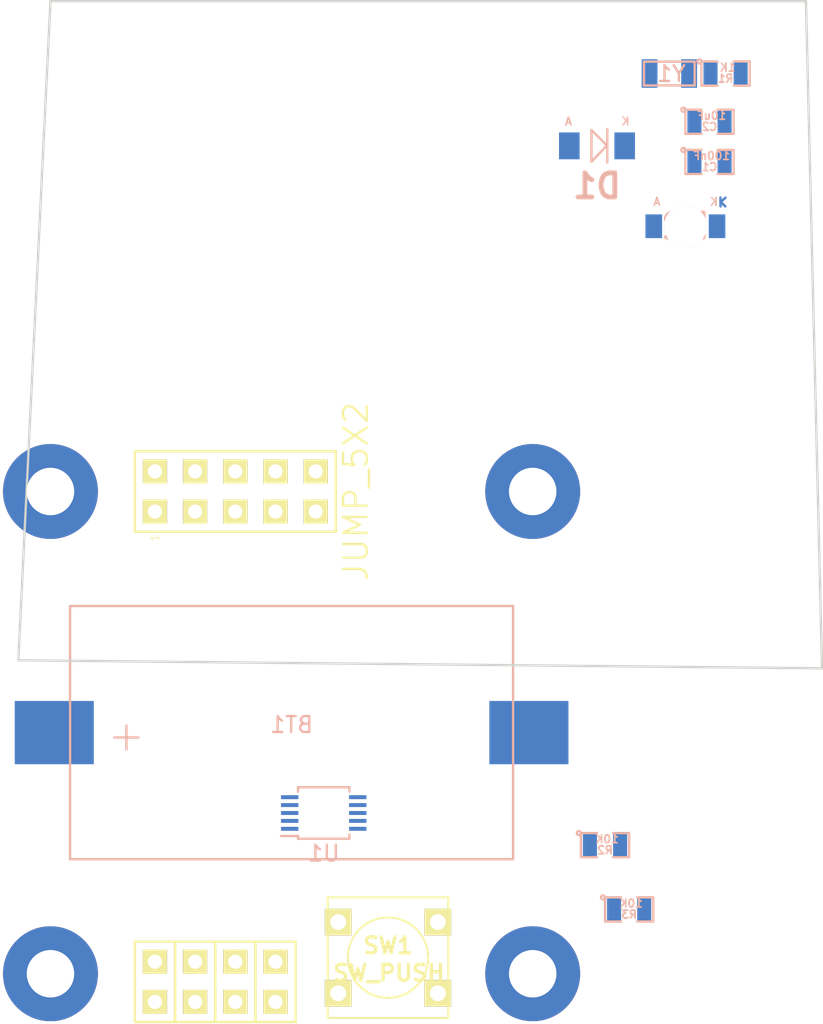
<source format=kicad_pcb>
(kicad_pcb (version 4) (host pcbnew 4.0.3-stable)

  (general
    (links 42)
    (no_connects 42)
    (area 2.972999 -66.623001 53.923001 -24.308999)
    (thickness 1.6)
    (drawings 4)
    (tracks 0)
    (zones 0)
    (modules 20)
    (nets 13)
  )

  (page A4)
  (layers
    (0 F.Cu signal)
    (31 B.Cu signal)
    (32 B.Adhes user)
    (33 F.Adhes user)
    (34 B.Paste user)
    (35 F.Paste user)
    (36 B.SilkS user)
    (37 F.SilkS user)
    (38 B.Mask user)
    (39 F.Mask user)
    (40 Dwgs.User user)
    (41 Cmts.User user)
    (42 Eco1.User user)
    (43 Eco2.User user)
    (44 Edge.Cuts user)
    (45 Margin user)
    (46 B.CrtYd user)
    (47 F.CrtYd user)
    (48 B.Fab user)
    (49 F.Fab user)
  )

  (setup
    (last_trace_width 0.25)
    (trace_clearance 0.2)
    (zone_clearance 0.508)
    (zone_45_only no)
    (trace_min 0.2)
    (segment_width 0.2)
    (edge_width 0.15)
    (via_size 0.6)
    (via_drill 0.4)
    (via_min_size 0.4)
    (via_min_drill 0.3)
    (uvia_size 0.3)
    (uvia_drill 0.1)
    (uvias_allowed no)
    (uvia_min_size 0.2)
    (uvia_min_drill 0.1)
    (pcb_text_width 0.3)
    (pcb_text_size 1.5 1.5)
    (mod_edge_width 0.15)
    (mod_text_size 1 1)
    (mod_text_width 0.15)
    (pad_size 1.524 1.524)
    (pad_drill 0.762)
    (pad_to_mask_clearance 0.2)
    (aux_axis_origin 0 0)
    (visible_elements FFFFFF7F)
    (pcbplotparams
      (layerselection 0x00030_80000001)
      (usegerberextensions false)
      (excludeedgelayer true)
      (linewidth 0.500000)
      (plotframeref false)
      (viasonmask false)
      (mode 1)
      (useauxorigin false)
      (hpglpennumber 1)
      (hpglpenspeed 20)
      (hpglpendiameter 15)
      (hpglpenoverlay 2)
      (psnegative false)
      (psa4output false)
      (plotreference true)
      (plotvalue true)
      (plotinvisibletext false)
      (padsonsilk false)
      (subtractmaskfromsilk false)
      (outputformat 1)
      (mirror false)
      (drillshape 1)
      (scaleselection 1)
      (outputdirectory ""))
  )

  (net 0 "")
  (net 1 "Net-(BT1-Pad1)")
  (net 2 GND)
  (net 3 VCC)
  (net 4 "Net-(D2-Pad1)")
  (net 5 /SDA)
  (net 6 /SCL)
  (net 7 /INTA)
  (net 8 "Net-(J2-Pad2)")
  (net 9 /CLK)
  (net 10 /TS)
  (net 11 "Net-(U1-Pad1)")
  (net 12 "Net-(U1-Pad2)")

  (net_class Default "Toto je výchozí třída sítě."
    (clearance 0.2)
    (trace_width 0.25)
    (via_dia 0.6)
    (via_drill 0.4)
    (uvia_dia 0.3)
    (uvia_drill 0.1)
    (add_net /CLK)
    (add_net /INTA)
    (add_net /SCL)
    (add_net /SDA)
    (add_net /TS)
    (add_net GND)
    (add_net "Net-(BT1-Pad1)")
    (add_net "Net-(D2-Pad1)")
    (add_net "Net-(J2-Pad2)")
    (add_net "Net-(U1-Pad1)")
    (add_net "Net-(U1-Pad2)")
    (add_net VCC)
  )

  (module Mlab_Batery:CH28-2032 placed (layer B.Cu) (tedit 57E29DDF) (tstamp 57E2B10E)
    (at 20.32 -20.32)
    (descr "Baterka 2032")
    (path /57E3EBA3)
    (fp_text reference BT1 (at 0 -0.5) (layer B.SilkS)
      (effects (font (size 1 1) (thickness 0.15)) (justify mirror))
    )
    (fp_text value CH28-2032 (at 0 0.5) (layer B.Fab)
      (effects (font (size 1 1) (thickness 0.15)) (justify mirror))
    )
    (fp_text user + (at -10.4394 0.1524) (layer B.SilkS)
      (effects (font (size 2 2) (thickness 0.15)) (justify mirror))
    )
    (fp_line (start -14 -8) (end -14 8) (layer B.SilkS) (width 0.15))
    (fp_line (start 14 -8) (end -14 -8) (layer B.SilkS) (width 0.15))
    (fp_line (start 14 8) (end 14 -8) (layer B.SilkS) (width 0.15))
    (fp_line (start -14 8) (end 14 8) (layer B.SilkS) (width 0.15))
    (pad 1 smd rect (at -15 0) (size 5 4) (layers B.Cu B.Paste B.Mask)
      (net 1 "Net-(BT1-Pad1)"))
    (pad 2 smd rect (at 15 0) (size 5 4) (layers B.Cu B.Paste B.Mask)
      (net 2 GND))
  )

  (module Mlab_R:SMD-0805 placed (layer B.Cu) (tedit 54799E0C) (tstamp 57E2B114)
    (at 46.736 -56.388)
    (path /57D26AA8)
    (attr smd)
    (fp_text reference C1 (at 0 0.3175) (layer B.SilkS)
      (effects (font (size 0.50038 0.50038) (thickness 0.10922)) (justify mirror))
    )
    (fp_text value 100nF (at 0.127 -0.381) (layer B.SilkS)
      (effects (font (size 0.50038 0.50038) (thickness 0.10922)) (justify mirror))
    )
    (fp_circle (center -1.651 -0.762) (end -1.651 -0.635) (layer B.SilkS) (width 0.15))
    (fp_line (start -0.508 -0.762) (end -1.524 -0.762) (layer B.SilkS) (width 0.15))
    (fp_line (start -1.524 -0.762) (end -1.524 0.762) (layer B.SilkS) (width 0.15))
    (fp_line (start -1.524 0.762) (end -0.508 0.762) (layer B.SilkS) (width 0.15))
    (fp_line (start 0.508 0.762) (end 1.524 0.762) (layer B.SilkS) (width 0.15))
    (fp_line (start 1.524 0.762) (end 1.524 -0.762) (layer B.SilkS) (width 0.15))
    (fp_line (start 1.524 -0.762) (end 0.508 -0.762) (layer B.SilkS) (width 0.15))
    (pad 1 smd rect (at -0.9525 0) (size 0.889 1.397) (layers B.Cu B.Paste B.Mask)
      (net 3 VCC))
    (pad 2 smd rect (at 0.9525 0) (size 0.889 1.397) (layers B.Cu B.Paste B.Mask)
      (net 2 GND))
    (model MLAB_3D/Resistors/chip_cms.wrl
      (at (xyz 0 0 0))
      (scale (xyz 0.1 0.1 0.1))
      (rotate (xyz 0 0 0))
    )
  )

  (module Mlab_R:SMD-0805 placed (layer B.Cu) (tedit 54799E0C) (tstamp 57E2B11A)
    (at 46.736 -58.928)
    (path /57D26AEE)
    (attr smd)
    (fp_text reference C2 (at 0 0.3175) (layer B.SilkS)
      (effects (font (size 0.50038 0.50038) (thickness 0.10922)) (justify mirror))
    )
    (fp_text value 10uF (at 0.127 -0.381) (layer B.SilkS)
      (effects (font (size 0.50038 0.50038) (thickness 0.10922)) (justify mirror))
    )
    (fp_circle (center -1.651 -0.762) (end -1.651 -0.635) (layer B.SilkS) (width 0.15))
    (fp_line (start -0.508 -0.762) (end -1.524 -0.762) (layer B.SilkS) (width 0.15))
    (fp_line (start -1.524 -0.762) (end -1.524 0.762) (layer B.SilkS) (width 0.15))
    (fp_line (start -1.524 0.762) (end -0.508 0.762) (layer B.SilkS) (width 0.15))
    (fp_line (start 0.508 0.762) (end 1.524 0.762) (layer B.SilkS) (width 0.15))
    (fp_line (start 1.524 0.762) (end 1.524 -0.762) (layer B.SilkS) (width 0.15))
    (fp_line (start 1.524 -0.762) (end 0.508 -0.762) (layer B.SilkS) (width 0.15))
    (pad 1 smd rect (at -0.9525 0) (size 0.889 1.397) (layers B.Cu B.Paste B.Mask)
      (net 3 VCC))
    (pad 2 smd rect (at 0.9525 0) (size 0.889 1.397) (layers B.Cu B.Paste B.Mask)
      (net 2 GND))
    (model MLAB_3D/Resistors/chip_cms.wrl
      (at (xyz 0 0 0))
      (scale (xyz 0.1 0.1 0.1))
      (rotate (xyz 0 0 0))
    )
  )

  (module Mlab_D:Diode-MiniMELF_Standard placed (layer B.Cu) (tedit 57D29160) (tstamp 57E2B120)
    (at 39.624 -57.404)
    (descr "Diode Mini-MELF Standard")
    (tags "Diode Mini-MELF Standard")
    (path /57D26757)
    (attr smd)
    (fp_text reference D1 (at 0 2.54) (layer B.SilkS)
      (effects (font (thickness 0.3048)) (justify mirror))
    )
    (fp_text value BZV55C (at 0 -3.81) (layer B.SilkS) hide
      (effects (font (thickness 0.3048)) (justify mirror))
    )
    (fp_line (start 0.65024 -0.0508) (end -0.35052 1.00076) (layer B.SilkS) (width 0.15))
    (fp_line (start -0.35052 1.00076) (end -0.35052 -1.00076) (layer B.SilkS) (width 0.15))
    (fp_line (start -0.35052 -1.00076) (end 0.65024 0) (layer B.SilkS) (width 0.15))
    (fp_line (start 0.65024 1.04902) (end 0.65024 -1.04902) (layer B.SilkS) (width 0.15))
    (fp_text user A (at -1.80086 -1.5494) (layer B.SilkS)
      (effects (font (size 0.50038 0.50038) (thickness 0.09906)) (justify mirror))
    )
    (fp_text user K (at 1.80086 -1.5494) (layer B.SilkS)
      (effects (font (size 0.50038 0.50038) (thickness 0.09906)) (justify mirror))
    )
    (fp_circle (center 0 0) (end 0 -0.55118) (layer B.Adhes) (width 0.381))
    (fp_circle (center 0 0) (end 0 -0.20066) (layer B.Adhes) (width 0.381))
    (pad 2 smd rect (at -1.75006 0) (size 1.30048 1.69926) (layers B.Cu B.Paste B.Mask)
      (net 2 GND))
    (pad 1 smd rect (at 1.75006 0) (size 1.30048 1.69926) (layers B.Cu B.Paste B.Mask)
      (net 3 VCC))
    (model MLAB_3D/Diodes/MiniMELF_DO213AA.wrl
      (at (xyz 0 0 0))
      (scale (xyz 0.3937 0.3937 0.3937))
      (rotate (xyz 0 0 0))
    )
  )

  (module Mlab_D:LED_1206 placed (layer B.Cu) (tedit 56BDB304) (tstamp 57E2B127)
    (at 45.212 -52.324)
    (descr "Diode Mini-MELF Standard")
    (tags "Diode Mini-MELF Standard")
    (path /57E409F1)
    (attr smd)
    (fp_text reference D2 (at 0 0) (layer B.SilkS)
      (effects (font (thickness 0.3048)) (justify mirror))
    )
    (fp_text value LED (at 0 -3.81) (layer B.SilkS) hide
      (effects (font (thickness 0.3048)) (justify mirror))
    )
    (fp_line (start 2.21488 -1.50622) (end 2.53492 -1.81102) (layer B.Cu) (width 0.15))
    (fp_line (start 2.25298 -1.52146) (end 2.5273 -1.24968) (layer B.Cu) (width 0.15))
    (fp_line (start 2.2225 -1.24968) (end 2.21742 -1.81864) (layer B.Cu) (width 0.15))
    (fp_text user A (at -1.80086 -1.5494) (layer B.SilkS)
      (effects (font (size 0.50038 0.50038) (thickness 0.09906)) (justify mirror))
    )
    (fp_text user K (at 1.80086 -1.5494) (layer B.SilkS)
      (effects (font (size 0.50038 0.50038) (thickness 0.09906)) (justify mirror))
    )
    (pad 2 smd rect (at -2 0) (size 1.05 1.5) (layers B.Cu B.Paste B.Mask)
      (net 3 VCC))
    (pad 1 smd rect (at 2 0) (size 1.05 1.5) (layers B.Cu B.Paste B.Mask)
      (net 4 "Net-(D2-Pad1)"))
    (pad "" np_thru_hole circle (at 0 0) (size 2.7 2.7) (drill 2.7) (layers *.Cu *.Mask B.SilkS))
    (model MLAB_3D/Diodes/MiniMELF_DO213AA.wrl
      (at (xyz 0 0 0))
      (scale (xyz 0.3937 0.3937 0.3937))
      (rotate (xyz 0 0 0))
    )
  )

  (module Mlab_Pin_Headers:Straight_2x05 placed (layer F.Cu) (tedit 5454C210) (tstamp 57E2B135)
    (at 16.764 -35.56 90)
    (descr "pin header straight 2x05")
    (tags "pin header straight 2x05")
    (path /57E44437)
    (fp_text reference J1 (at 0 -7.62 90) (layer F.SilkS) hide
      (effects (font (size 1.5 1.5) (thickness 0.15)))
    )
    (fp_text value JUMP_5X2 (at 0 7.62 90) (layer F.SilkS)
      (effects (font (size 1.5 1.5) (thickness 0.15)))
    )
    (fp_text user 1 (at -2.921 -5.08 90) (layer F.SilkS)
      (effects (font (size 0.5 0.5) (thickness 0.05)))
    )
    (fp_line (start -2.54 -6.35) (end 2.54 -6.35) (layer F.SilkS) (width 0.15))
    (fp_line (start 2.54 -6.35) (end 2.54 6.35) (layer F.SilkS) (width 0.15))
    (fp_line (start 2.54 6.35) (end -2.54 6.35) (layer F.SilkS) (width 0.15))
    (fp_line (start -2.54 6.35) (end -2.54 -6.35) (layer F.SilkS) (width 0.15))
    (pad 1 thru_hole rect (at -1.27 -5.08 90) (size 1.524 1.524) (drill 0.889) (layers *.Cu *.Mask F.SilkS)
      (net 2 GND))
    (pad 2 thru_hole rect (at 1.27 -5.08 90) (size 1.524 1.524) (drill 0.889) (layers *.Cu *.Mask F.SilkS)
      (net 2 GND))
    (pad 3 thru_hole rect (at -1.27 -2.54 90) (size 1.524 1.524) (drill 0.889) (layers *.Cu *.Mask F.SilkS)
      (net 5 /SDA))
    (pad 4 thru_hole rect (at 1.27 -2.54 90) (size 1.524 1.524) (drill 0.889) (layers *.Cu *.Mask F.SilkS)
      (net 5 /SDA))
    (pad 5 thru_hole rect (at -1.27 0 90) (size 1.524 1.524) (drill 0.889) (layers *.Cu *.Mask F.SilkS)
      (net 3 VCC))
    (pad 6 thru_hole rect (at 1.27 0 90) (size 1.524 1.524) (drill 0.889) (layers *.Cu *.Mask F.SilkS)
      (net 3 VCC))
    (pad 7 thru_hole rect (at -1.27 2.54 90) (size 1.524 1.524) (drill 0.889) (layers *.Cu *.Mask F.SilkS)
      (net 6 /SCL))
    (pad 8 thru_hole rect (at 1.27 2.54 90) (size 1.524 1.524) (drill 0.889) (layers *.Cu *.Mask F.SilkS)
      (net 6 /SCL))
    (pad 9 thru_hole rect (at -1.27 5.08 90) (size 1.524 1.524) (drill 0.889) (layers *.Cu *.Mask F.SilkS)
      (net 2 GND))
    (pad 10 thru_hole rect (at 1.27 5.08 90) (size 1.524 1.524) (drill 0.889) (layers *.Cu *.Mask F.SilkS)
      (net 2 GND))
    (model Pin_Headers/Pin_Header_Straight_2x05.wrl
      (at (xyz 0 0 0))
      (scale (xyz 1 1 1))
      (rotate (xyz 0 0 90))
    )
  )

  (module Mlab_Pin_Headers:Straight_2x01 placed (layer F.Cu) (tedit 5545E8D2) (tstamp 57E2B13B)
    (at 14.224 -4.572 90)
    (descr "pin header straight 2x01")
    (tags "pin header straight 2x01")
    (path /57E46745)
    (fp_text reference J2 (at 0 -2.54 90) (layer F.SilkS) hide
      (effects (font (size 1.5 1.5) (thickness 0.15)))
    )
    (fp_text value JUMP2_2x1 (at 0 2.54 90) (layer F.SilkS) hide
      (effects (font (size 1.5 1.5) (thickness 0.15)))
    )
    (fp_line (start -2.54 -1.27) (end 2.54 -1.27) (layer F.SilkS) (width 0.15))
    (fp_line (start 2.54 -1.27) (end 2.54 1.27) (layer F.SilkS) (width 0.15))
    (fp_line (start 2.54 1.27) (end -2.54 1.27) (layer F.SilkS) (width 0.15))
    (fp_line (start -2.54 1.27) (end -2.54 -1.27) (layer F.SilkS) (width 0.15))
    (pad 1 thru_hole rect (at -1.27 0 90) (size 1.524 1.524) (drill 0.889) (layers *.Cu *.Mask F.SilkS)
      (net 7 /INTA))
    (pad 2 thru_hole rect (at 1.27 0 90) (size 1.524 1.524) (drill 0.889) (layers *.Cu *.Mask F.SilkS)
      (net 8 "Net-(J2-Pad2)"))
    (model Pin_Headers/Pin_Header_Straight_2x01.wrl
      (at (xyz 0 0 0))
      (scale (xyz 1 1 1))
      (rotate (xyz 0 0 90))
    )
  )

  (module Mlab_Pin_Headers:Straight_2x01 placed (layer F.Cu) (tedit 5545E8D2) (tstamp 57E2B141)
    (at 16.764 -4.572 90)
    (descr "pin header straight 2x01")
    (tags "pin header straight 2x01")
    (path /57E47608)
    (fp_text reference J3 (at 0 -2.54 90) (layer F.SilkS) hide
      (effects (font (size 1.5 1.5) (thickness 0.15)))
    )
    (fp_text value JUMP_2x1 (at 0 2.54 90) (layer F.SilkS) hide
      (effects (font (size 1.5 1.5) (thickness 0.15)))
    )
    (fp_line (start -2.54 -1.27) (end 2.54 -1.27) (layer F.SilkS) (width 0.15))
    (fp_line (start 2.54 -1.27) (end 2.54 1.27) (layer F.SilkS) (width 0.15))
    (fp_line (start 2.54 1.27) (end -2.54 1.27) (layer F.SilkS) (width 0.15))
    (fp_line (start -2.54 1.27) (end -2.54 -1.27) (layer F.SilkS) (width 0.15))
    (pad 1 thru_hole rect (at -1.27 0 90) (size 1.524 1.524) (drill 0.889) (layers *.Cu *.Mask F.SilkS)
      (net 7 /INTA))
    (pad 2 thru_hole rect (at 1.27 0 90) (size 1.524 1.524) (drill 0.889) (layers *.Cu *.Mask F.SilkS)
      (net 7 /INTA))
    (model Pin_Headers/Pin_Header_Straight_2x01.wrl
      (at (xyz 0 0 0))
      (scale (xyz 1 1 1))
      (rotate (xyz 0 0 90))
    )
  )

  (module Mlab_Pin_Headers:Straight_2x01 placed (layer F.Cu) (tedit 5545E8D2) (tstamp 57E2B147)
    (at 11.684 -4.572 90)
    (descr "pin header straight 2x01")
    (tags "pin header straight 2x01")
    (path /57E476B3)
    (fp_text reference J4 (at 0 -2.54 90) (layer F.SilkS) hide
      (effects (font (size 1.5 1.5) (thickness 0.15)))
    )
    (fp_text value JUMP_2x1 (at 0 2.54 90) (layer F.SilkS) hide
      (effects (font (size 1.5 1.5) (thickness 0.15)))
    )
    (fp_line (start -2.54 -1.27) (end 2.54 -1.27) (layer F.SilkS) (width 0.15))
    (fp_line (start 2.54 -1.27) (end 2.54 1.27) (layer F.SilkS) (width 0.15))
    (fp_line (start 2.54 1.27) (end -2.54 1.27) (layer F.SilkS) (width 0.15))
    (fp_line (start -2.54 1.27) (end -2.54 -1.27) (layer F.SilkS) (width 0.15))
    (pad 1 thru_hole rect (at -1.27 0 90) (size 1.524 1.524) (drill 0.889) (layers *.Cu *.Mask F.SilkS)
      (net 9 /CLK))
    (pad 2 thru_hole rect (at 1.27 0 90) (size 1.524 1.524) (drill 0.889) (layers *.Cu *.Mask F.SilkS)
      (net 9 /CLK))
    (model Pin_Headers/Pin_Header_Straight_2x01.wrl
      (at (xyz 0 0 0))
      (scale (xyz 1 1 1))
      (rotate (xyz 0 0 90))
    )
  )

  (module Mlab_Pin_Headers:Straight_2x01 placed (layer F.Cu) (tedit 5545E8D2) (tstamp 57E2B14D)
    (at 19.304 -4.572 90)
    (descr "pin header straight 2x01")
    (tags "pin header straight 2x01")
    (path /57E47704)
    (fp_text reference J5 (at 0 -2.54 90) (layer F.SilkS) hide
      (effects (font (size 1.5 1.5) (thickness 0.15)))
    )
    (fp_text value JUMP_2x1 (at 0 2.54 90) (layer F.SilkS) hide
      (effects (font (size 1.5 1.5) (thickness 0.15)))
    )
    (fp_line (start -2.54 -1.27) (end 2.54 -1.27) (layer F.SilkS) (width 0.15))
    (fp_line (start 2.54 -1.27) (end 2.54 1.27) (layer F.SilkS) (width 0.15))
    (fp_line (start 2.54 1.27) (end -2.54 1.27) (layer F.SilkS) (width 0.15))
    (fp_line (start -2.54 1.27) (end -2.54 -1.27) (layer F.SilkS) (width 0.15))
    (pad 1 thru_hole rect (at -1.27 0 90) (size 1.524 1.524) (drill 0.889) (layers *.Cu *.Mask F.SilkS)
      (net 10 /TS))
    (pad 2 thru_hole rect (at 1.27 0 90) (size 1.524 1.524) (drill 0.889) (layers *.Cu *.Mask F.SilkS)
      (net 10 /TS))
    (model Pin_Headers/Pin_Header_Straight_2x01.wrl
      (at (xyz 0 0 0))
      (scale (xyz 1 1 1))
      (rotate (xyz 0 0 90))
    )
  )

  (module Mlab_Mechanical:MountingHole_3mm placed (layer F.Cu) (tedit 5535DB2C) (tstamp 57E2B153)
    (at 5.08 -5.08)
    (descr "Mounting hole, Befestigungsbohrung, 3mm, No Annular, Kein Restring,")
    (tags "Mounting hole, Befestigungsbohrung, 3mm, No Annular, Kein Restring,")
    (path /57D299A2)
    (fp_text reference M1 (at 0 -4.191) (layer F.SilkS) hide
      (effects (font (thickness 0.3048)))
    )
    (fp_text value HOLE (at 0 4.191) (layer F.SilkS) hide
      (effects (font (thickness 0.3048)))
    )
    (fp_circle (center 0 0) (end 2.99974 0) (layer Cmts.User) (width 0.381))
    (pad 1 thru_hole circle (at 0 0) (size 6 6) (drill 3) (layers *.Cu *.Adhes *.Mask)
      (net 2 GND) (clearance 1) (zone_connect 2))
  )

  (module Mlab_Mechanical:MountingHole_3mm placed (layer F.Cu) (tedit 5535DB2C) (tstamp 57E2B159)
    (at 5.08 -35.56)
    (descr "Mounting hole, Befestigungsbohrung, 3mm, No Annular, Kein Restring,")
    (tags "Mounting hole, Befestigungsbohrung, 3mm, No Annular, Kein Restring,")
    (path /57D2A387)
    (fp_text reference M2 (at 0 -4.191) (layer F.SilkS) hide
      (effects (font (thickness 0.3048)))
    )
    (fp_text value HOLE (at 0 4.191) (layer F.SilkS) hide
      (effects (font (thickness 0.3048)))
    )
    (fp_circle (center 0 0) (end 2.99974 0) (layer Cmts.User) (width 0.381))
    (pad 1 thru_hole circle (at 0 0) (size 6 6) (drill 3) (layers *.Cu *.Adhes *.Mask)
      (net 2 GND) (clearance 1) (zone_connect 2))
  )

  (module Mlab_Mechanical:MountingHole_3mm placed (layer F.Cu) (tedit 5535DB2C) (tstamp 57E2B15F)
    (at 35.56 -35.56)
    (descr "Mounting hole, Befestigungsbohrung, 3mm, No Annular, Kein Restring,")
    (tags "Mounting hole, Befestigungsbohrung, 3mm, No Annular, Kein Restring,")
    (path /57D2A075)
    (fp_text reference M3 (at 0 -4.191) (layer F.SilkS) hide
      (effects (font (thickness 0.3048)))
    )
    (fp_text value HOLE (at 0 4.191) (layer F.SilkS) hide
      (effects (font (thickness 0.3048)))
    )
    (fp_circle (center 0 0) (end 2.99974 0) (layer Cmts.User) (width 0.381))
    (pad 1 thru_hole circle (at 0 0) (size 6 6) (drill 3) (layers *.Cu *.Adhes *.Mask)
      (net 2 GND) (clearance 1) (zone_connect 2))
  )

  (module Mlab_Mechanical:MountingHole_3mm placed (layer F.Cu) (tedit 5535DB2C) (tstamp 57E2B165)
    (at 35.56 -5.08)
    (descr "Mounting hole, Befestigungsbohrung, 3mm, No Annular, Kein Restring,")
    (tags "Mounting hole, Befestigungsbohrung, 3mm, No Annular, Kein Restring,")
    (path /57D2A395)
    (fp_text reference M4 (at 0 -4.191) (layer F.SilkS) hide
      (effects (font (thickness 0.3048)))
    )
    (fp_text value HOLE (at 0 4.191) (layer F.SilkS) hide
      (effects (font (thickness 0.3048)))
    )
    (fp_circle (center 0 0) (end 2.99974 0) (layer Cmts.User) (width 0.381))
    (pad 1 thru_hole circle (at 0 0) (size 6 6) (drill 3) (layers *.Cu *.Adhes *.Mask)
      (net 2 GND) (clearance 1) (zone_connect 2))
  )

  (module Mlab_R:SMD-0805 placed (layer B.Cu) (tedit 54799E0C) (tstamp 57E2B16B)
    (at 47.752 -61.976)
    (path /57E45477)
    (attr smd)
    (fp_text reference R1 (at 0 0.3175) (layer B.SilkS)
      (effects (font (size 0.50038 0.50038) (thickness 0.10922)) (justify mirror))
    )
    (fp_text value 1K (at 0.127 -0.381) (layer B.SilkS)
      (effects (font (size 0.50038 0.50038) (thickness 0.10922)) (justify mirror))
    )
    (fp_circle (center -1.651 -0.762) (end -1.651 -0.635) (layer B.SilkS) (width 0.15))
    (fp_line (start -0.508 -0.762) (end -1.524 -0.762) (layer B.SilkS) (width 0.15))
    (fp_line (start -1.524 -0.762) (end -1.524 0.762) (layer B.SilkS) (width 0.15))
    (fp_line (start -1.524 0.762) (end -0.508 0.762) (layer B.SilkS) (width 0.15))
    (fp_line (start 0.508 0.762) (end 1.524 0.762) (layer B.SilkS) (width 0.15))
    (fp_line (start 1.524 0.762) (end 1.524 -0.762) (layer B.SilkS) (width 0.15))
    (fp_line (start 1.524 -0.762) (end 0.508 -0.762) (layer B.SilkS) (width 0.15))
    (pad 1 smd rect (at -0.9525 0) (size 0.889 1.397) (layers B.Cu B.Paste B.Mask)
      (net 4 "Net-(D2-Pad1)"))
    (pad 2 smd rect (at 0.9525 0) (size 0.889 1.397) (layers B.Cu B.Paste B.Mask)
      (net 8 "Net-(J2-Pad2)"))
    (model MLAB_3D/Resistors/chip_cms.wrl
      (at (xyz 0 0 0))
      (scale (xyz 0.1 0.1 0.1))
      (rotate (xyz 0 0 0))
    )
  )

  (module Mlab_SW:SW_PUSH_SMALL placed (layer F.Cu) (tedit 5534E33A) (tstamp 57E2B173)
    (at 26.416 -6.096)
    (path /57E4059A)
    (fp_text reference SW1 (at 0 -0.762) (layer F.SilkS)
      (effects (font (size 1.016 1.016) (thickness 0.2032)))
    )
    (fp_text value SW_PUSH (at 0.0508 0.9652 180) (layer F.SilkS)
      (effects (font (size 1.016 1.016) (thickness 0.2032)))
    )
    (fp_circle (center 0 0) (end 0 -2.54) (layer F.SilkS) (width 0.127))
    (fp_line (start -3.81 -3.81) (end 3.81 -3.81) (layer F.SilkS) (width 0.127))
    (fp_line (start 3.81 -3.81) (end 3.81 3.81) (layer F.SilkS) (width 0.127))
    (fp_line (start 3.81 3.81) (end -3.81 3.81) (layer F.SilkS) (width 0.127))
    (fp_line (start -3.81 -3.81) (end -3.81 3.81) (layer F.SilkS) (width 0.127))
    (pad 1 thru_hole rect (at 3.15 -2.25) (size 1.6764 1.6764) (drill 1) (layers *.Cu *.Mask F.SilkS)
      (net 10 /TS))
    (pad 2 thru_hole rect (at 3.15 2.25) (size 1.6764 1.6764) (drill 1) (layers *.Cu *.Mask F.SilkS)
      (net 2 GND))
    (pad 1 thru_hole rect (at -3.15 -2.25) (size 1.6764 1.6764) (drill 1) (layers *.Cu *.Mask F.SilkS)
      (net 10 /TS))
    (pad 2 thru_hole rect (at -3.15 2.25) (size 1.6764 1.6764) (drill 1) (layers *.Cu *.Mask F.SilkS)
      (net 2 GND))
  )

  (module Mlab_IO:TSSOP-10_3x3mm_Pitch0.5mm placed (layer B.Cu) (tedit 54130A77) (tstamp 57E2B191)
    (at 22.352 -15.24)
    (descr "TSSOP10: plastic thin shrink small outline package; 10 leads; body width 3 mm; (see NXP SSOP-TSSOP-VSO-REFLOW.pdf and sot552-1_po.pdf)")
    (tags "SSOP 0.5")
    (path /57E4274A)
    (attr smd)
    (fp_text reference U1 (at 0 2.55) (layer B.SilkS)
      (effects (font (size 1 1) (thickness 0.15)) (justify mirror))
    )
    (fp_text value PCF85263A (at 0 -2.55) (layer B.Fab)
      (effects (font (size 1 1) (thickness 0.15)) (justify mirror))
    )
    (fp_circle (center -1 1) (end -1.25 1) (layer B.Fab) (width 0.15))
    (fp_line (start 1.5 1.5) (end -1.5 1.5) (layer B.Fab) (width 0.15))
    (fp_line (start 1.5 -1.5) (end 1.5 1.5) (layer B.Fab) (width 0.15))
    (fp_line (start -1.5 -1.5) (end 1.5 -1.5) (layer B.Fab) (width 0.15))
    (fp_line (start -1.5 1.5) (end -1.5 -1.5) (layer B.Fab) (width 0.15))
    (fp_line (start -2.95 1.8) (end -2.95 -1.8) (layer B.CrtYd) (width 0.05))
    (fp_line (start 2.95 1.8) (end 2.95 -1.8) (layer B.CrtYd) (width 0.05))
    (fp_line (start -2.95 1.8) (end 2.95 1.8) (layer B.CrtYd) (width 0.05))
    (fp_line (start -2.95 -1.8) (end 2.95 -1.8) (layer B.CrtYd) (width 0.05))
    (fp_line (start -1.625 1.625) (end -1.625 1.45) (layer B.SilkS) (width 0.15))
    (fp_line (start 1.625 1.625) (end 1.625 1.35) (layer B.SilkS) (width 0.15))
    (fp_line (start 1.625 -1.625) (end 1.625 -1.35) (layer B.SilkS) (width 0.15))
    (fp_line (start -1.625 -1.625) (end -1.625 -1.35) (layer B.SilkS) (width 0.15))
    (fp_line (start -1.625 1.625) (end 1.625 1.625) (layer B.SilkS) (width 0.15))
    (fp_line (start -1.625 -1.625) (end 1.625 -1.625) (layer B.SilkS) (width 0.15))
    (fp_line (start -1.625 1.45) (end -2.7 1.45) (layer B.SilkS) (width 0.15))
    (pad 1 smd rect (at -2.15 1) (size 1.1 0.25) (layers B.Cu B.Paste B.Mask)
      (net 11 "Net-(U1-Pad1)"))
    (pad 2 smd rect (at -2.15 0.5) (size 1.1 0.25) (layers B.Cu B.Paste B.Mask)
      (net 12 "Net-(U1-Pad2)"))
    (pad 3 smd rect (at -2.15 0) (size 1.1 0.25) (layers B.Cu B.Paste B.Mask)
      (net 1 "Net-(BT1-Pad1)"))
    (pad 4 smd rect (at -2.15 -0.5) (size 1.1 0.25) (layers B.Cu B.Paste B.Mask)
      (net 10 /TS))
    (pad 5 smd rect (at -2.15 -1) (size 1.1 0.25) (layers B.Cu B.Paste B.Mask)
      (net 2 GND))
    (pad 6 smd rect (at 2.15 -1) (size 1.1 0.25) (layers B.Cu B.Paste B.Mask)
      (net 5 /SDA))
    (pad 7 smd rect (at 2.15 -0.5) (size 1.1 0.25) (layers B.Cu B.Paste B.Mask)
      (net 6 /SCL))
    (pad 8 smd rect (at 2.15 0) (size 1.1 0.25) (layers B.Cu B.Paste B.Mask)
      (net 9 /CLK))
    (pad 9 smd rect (at 2.15 0.5) (size 1.1 0.25) (layers B.Cu B.Paste B.Mask)
      (net 7 /INTA))
    (pad 10 smd rect (at 2.15 1) (size 1.1 0.25) (layers B.Cu B.Paste B.Mask)
      (net 3 VCC))
    (model Housings_SSOP.3dshapes/TSSOP-10_3x3mm_Pitch0.5mm.wrl
      (at (xyz 0 0 0))
      (scale (xyz 1 1 1))
      (rotate (xyz 0 0 0))
    )
  )

  (module Mlab_XTAL:ABS07 placed (layer B.Cu) (tedit 57E299C2) (tstamp 57E2B19B)
    (at 44.196 -61.976)
    (path /57E494EE)
    (fp_text reference Y1 (at 0.127 0.0127) (layer B.SilkS)
      (effects (font (size 1 1) (thickness 0.15)) (justify mirror))
    )
    (fp_text value ABS07-120-32.768KHZ-T (at -0.1397 2.6035) (layer B.Fab) hide
      (effects (font (size 1 1) (thickness 0.15)) (justify mirror))
    )
    (fp_line (start 1.6 -0.75) (end 1.6 0.75) (layer B.SilkS) (width 0.15))
    (fp_line (start 1.6 -0.75) (end -1.6 -0.75) (layer B.SilkS) (width 0.15))
    (fp_line (start -1.6 0.75) (end -1.6 -0.75) (layer B.SilkS) (width 0.15))
    (fp_line (start -1.6 0.75) (end 1.6 0.75) (layer B.SilkS) (width 0.15))
    (pad 1 smd rect (at 1.25 0) (size 1 1.8) (layers B.Cu B.Paste B.Mask)
      (net 12 "Net-(U1-Pad2)"))
    (pad 2 smd rect (at -1.25 0) (size 1 1.8) (layers B.Cu B.Paste B.Mask)
      (net 11 "Net-(U1-Pad1)"))
  )

  (module Mlab_R:SMD-0805 (layer B.Cu) (tedit 54799E0C) (tstamp 57E2B3B4)
    (at 40.132 -13.208)
    (path /57E2DA38)
    (attr smd)
    (fp_text reference R2 (at 0 0.3175) (layer B.SilkS)
      (effects (font (size 0.50038 0.50038) (thickness 0.10922)) (justify mirror))
    )
    (fp_text value 10K (at 0.127 -0.381) (layer B.SilkS)
      (effects (font (size 0.50038 0.50038) (thickness 0.10922)) (justify mirror))
    )
    (fp_circle (center -1.651 -0.762) (end -1.651 -0.635) (layer B.SilkS) (width 0.15))
    (fp_line (start -0.508 -0.762) (end -1.524 -0.762) (layer B.SilkS) (width 0.15))
    (fp_line (start -1.524 -0.762) (end -1.524 0.762) (layer B.SilkS) (width 0.15))
    (fp_line (start -1.524 0.762) (end -0.508 0.762) (layer B.SilkS) (width 0.15))
    (fp_line (start 0.508 0.762) (end 1.524 0.762) (layer B.SilkS) (width 0.15))
    (fp_line (start 1.524 0.762) (end 1.524 -0.762) (layer B.SilkS) (width 0.15))
    (fp_line (start 1.524 -0.762) (end 0.508 -0.762) (layer B.SilkS) (width 0.15))
    (pad 1 smd rect (at -0.9525 0) (size 0.889 1.397) (layers B.Cu B.Paste B.Mask)
      (net 3 VCC))
    (pad 2 smd rect (at 0.9525 0) (size 0.889 1.397) (layers B.Cu B.Paste B.Mask)
      (net 6 /SCL))
    (model MLAB_3D/Resistors/chip_cms.wrl
      (at (xyz 0 0 0))
      (scale (xyz 0.1 0.1 0.1))
      (rotate (xyz 0 0 0))
    )
  )

  (module Mlab_R:SMD-0805 (layer B.Cu) (tedit 54799E0C) (tstamp 57E2B3BA)
    (at 41.656 -9.144)
    (path /57E2DB98)
    (attr smd)
    (fp_text reference R3 (at 0 0.3175) (layer B.SilkS)
      (effects (font (size 0.50038 0.50038) (thickness 0.10922)) (justify mirror))
    )
    (fp_text value 10K (at 0.127 -0.381) (layer B.SilkS)
      (effects (font (size 0.50038 0.50038) (thickness 0.10922)) (justify mirror))
    )
    (fp_circle (center -1.651 -0.762) (end -1.651 -0.635) (layer B.SilkS) (width 0.15))
    (fp_line (start -0.508 -0.762) (end -1.524 -0.762) (layer B.SilkS) (width 0.15))
    (fp_line (start -1.524 -0.762) (end -1.524 0.762) (layer B.SilkS) (width 0.15))
    (fp_line (start -1.524 0.762) (end -0.508 0.762) (layer B.SilkS) (width 0.15))
    (fp_line (start 0.508 0.762) (end 1.524 0.762) (layer B.SilkS) (width 0.15))
    (fp_line (start 1.524 0.762) (end 1.524 -0.762) (layer B.SilkS) (width 0.15))
    (fp_line (start 1.524 -0.762) (end 0.508 -0.762) (layer B.SilkS) (width 0.15))
    (pad 1 smd rect (at -0.9525 0) (size 0.889 1.397) (layers B.Cu B.Paste B.Mask)
      (net 3 VCC))
    (pad 2 smd rect (at 0.9525 0) (size 0.889 1.397) (layers B.Cu B.Paste B.Mask)
      (net 5 /SDA))
    (model MLAB_3D/Resistors/chip_cms.wrl
      (at (xyz 0 0 0))
      (scale (xyz 0.1 0.1 0.1))
      (rotate (xyz 0 0 0))
    )
  )

  (gr_line (start 3.048 -24.892) (end 5.08 -66.548) (layer Edge.Cuts) (width 0.15))
  (gr_line (start 53.848 -24.384) (end 3.048 -24.892) (layer Edge.Cuts) (width 0.15))
  (gr_line (start 52.832 -66.548) (end 53.848 -24.384) (layer Edge.Cuts) (width 0.15))
  (gr_line (start 5.08 -66.548) (end 52.832 -66.548) (layer Edge.Cuts) (width 0.15))

)

</source>
